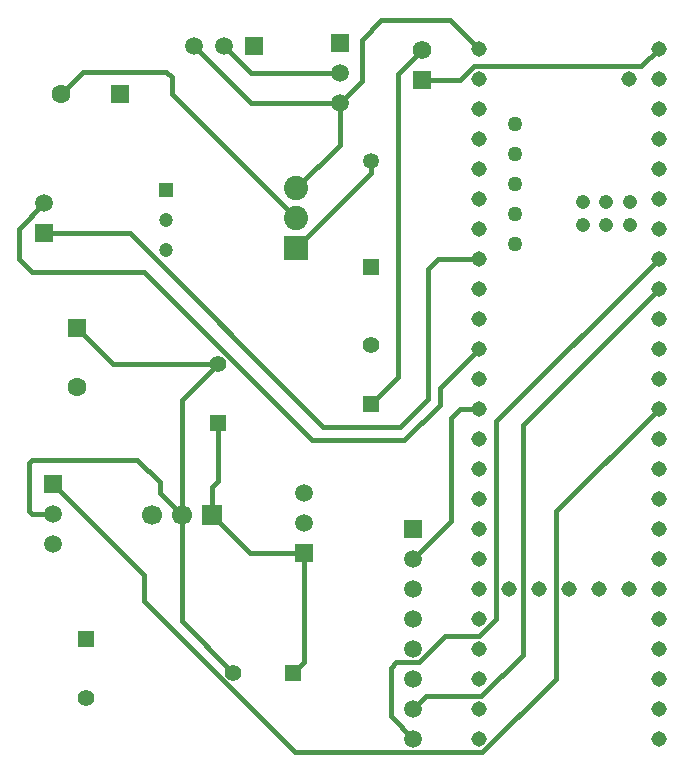
<source format=gtl>
G04*
G04 #@! TF.GenerationSoftware,Altium Limited,Altium Designer,22.8.2 (66)*
G04*
G04 Layer_Physical_Order=1*
G04 Layer_Color=255*
%FSLAX25Y25*%
%MOIN*%
G70*
G04*
G04 #@! TF.SameCoordinates,013CEF1E-E844-4C8F-9221-5B29E727AB2A*
G04*
G04*
G04 #@! TF.FilePolarity,Positive*
G04*
G01*
G75*
%ADD13C,0.01000*%
%ADD18R,0.06181X0.06181*%
%ADD19C,0.06181*%
%ADD32C,0.08071*%
%ADD33R,0.08071X0.08071*%
%ADD36C,0.01500*%
%ADD37C,0.05512*%
%ADD38R,0.05512X0.05512*%
%ADD39C,0.04724*%
%ADD40R,0.04724X0.04724*%
%ADD41C,0.05150*%
%ADD42C,0.04953*%
%ADD43C,0.04756*%
%ADD44R,0.06299X0.06299*%
%ADD45C,0.06299*%
%ADD46R,0.05512X0.05512*%
%ADD47R,0.05906X0.05906*%
%ADD48C,0.05906*%
%ADD49R,0.05906X0.05906*%
%ADD50C,0.06693*%
%ADD51R,0.06693X0.06693*%
%ADD52R,0.06299X0.06299*%
%ADD53R,0.05315X0.05315*%
%ADD54C,0.05315*%
D13*
X71500Y239500D02*
X72000Y240000D01*
X61500Y239500D02*
X62000Y240000D01*
D18*
X138000Y228500D02*
D03*
D19*
Y238500D02*
D03*
D32*
X96000Y192500D02*
D03*
Y182500D02*
D03*
D33*
Y172500D02*
D03*
D36*
X68000Y83500D02*
Y93000D01*
X70000Y95000D01*
Y114157D01*
X121000Y197500D02*
Y201716D01*
X96000Y172500D02*
X121000Y197500D01*
X54500Y224000D02*
Y229500D01*
X52658Y231343D02*
X54500Y229500D01*
X25000Y231343D02*
X52658D01*
X17658Y224000D02*
X25000Y231343D01*
X98500Y34657D02*
Y71000D01*
X94842Y31000D02*
X98500Y34657D01*
X50500Y91000D02*
Y94500D01*
Y91000D02*
X58000Y83500D01*
X43000Y102000D02*
X50500Y94500D01*
X8000Y102000D02*
X43000D01*
X7000Y101000D02*
X8000Y102000D01*
X7000Y85000D02*
Y101000D01*
Y85000D02*
X8000Y84000D01*
X15000D01*
X58000Y48158D02*
X75157Y31000D01*
X58000Y48158D02*
Y83500D01*
X68000D02*
X80500Y71000D01*
X98500D01*
X158161Y4497D02*
X182769Y29105D01*
Y84938D01*
X95571Y4497D02*
X158161D01*
X45288Y54780D02*
Y63712D01*
X182769Y84938D02*
X216894Y119063D01*
X15000Y94000D02*
X45288Y63712D01*
Y54780D02*
X95571Y4497D01*
X54500Y224000D02*
X96000Y182500D01*
X58000Y121843D02*
X70000Y133843D01*
X58000Y83500D02*
Y121843D01*
X23000Y146000D02*
X35157Y133843D01*
X70000D01*
X101432Y108500D02*
X132000D01*
X143885Y120385D02*
Y126054D01*
X132000Y108500D02*
X143885Y120385D01*
X45432Y164500D02*
X101432Y108500D01*
X8000Y164500D02*
X45432D01*
X143885Y126054D02*
X156894Y139063D01*
X105101Y113000D02*
X130621D01*
X40601Y177500D02*
X105101Y113000D01*
X130621D02*
X140000Y122379D01*
X12000Y177500D02*
X40601D01*
X3500Y169000D02*
X8000Y164500D01*
X3500Y169000D02*
Y179000D01*
X12000Y187500D01*
X143442Y169063D02*
X156894D01*
X140000Y122379D02*
Y165621D01*
X143442Y169063D01*
X121000Y120658D02*
X130055Y129713D01*
Y230555D01*
X138000Y238500D01*
X96000Y192500D02*
X110500Y207000D01*
Y221000D01*
X81000D02*
X110500D01*
X62000Y240000D02*
X81000Y221000D01*
X72000Y240000D02*
X81000Y231000D01*
X110500D01*
X138000Y228500D02*
X150497D01*
X155185Y233188D02*
X211018D01*
X150497Y228500D02*
X155185Y233188D01*
X211018D02*
X216894Y239063D01*
X117861Y241982D02*
X124379Y248500D01*
X147457D01*
X110500Y221000D02*
X117861Y228361D01*
Y241982D01*
X147457Y248500D02*
X156894Y239063D01*
X127500Y32621D02*
X129376Y34497D01*
X136865D01*
X145556Y43188D02*
X156852D01*
X136865Y34497D02*
X145556Y43188D01*
X156852D02*
X162769Y49105D01*
Y114938D02*
X216894Y169063D01*
X127500Y16500D02*
Y32621D01*
X162769Y49105D02*
Y114938D01*
X127500Y16500D02*
X135000Y9000D01*
X171500Y37000D02*
Y113669D01*
X157688Y23188D02*
X171500Y37000D01*
Y113669D02*
X216894Y159063D01*
X139188Y23188D02*
X157688D01*
X135000Y19000D02*
X139188Y23188D01*
X147500Y116000D02*
X150563Y119063D01*
X156894D01*
X147500Y81500D02*
Y116000D01*
X135000Y69000D02*
X147500Y81500D01*
D37*
X26000Y22500D02*
D03*
X121000Y140342D02*
D03*
X70000Y133843D02*
D03*
X75157Y31000D02*
D03*
D38*
X26000Y42185D02*
D03*
X121000Y120658D02*
D03*
X70000Y114157D02*
D03*
D39*
X52500Y172000D02*
D03*
Y182000D02*
D03*
D40*
Y192000D02*
D03*
D41*
X216894Y89063D02*
D03*
Y79063D02*
D03*
Y69063D02*
D03*
Y59063D02*
D03*
Y49063D02*
D03*
Y39063D02*
D03*
Y29063D02*
D03*
Y19063D02*
D03*
Y9063D02*
D03*
X156894D02*
D03*
Y19063D02*
D03*
Y29063D02*
D03*
Y39063D02*
D03*
Y49063D02*
D03*
Y59063D02*
D03*
Y69063D02*
D03*
Y79063D02*
D03*
Y89063D02*
D03*
X216894Y239063D02*
D03*
Y229063D02*
D03*
Y219063D02*
D03*
Y209063D02*
D03*
Y199063D02*
D03*
Y189063D02*
D03*
Y179063D02*
D03*
Y169063D02*
D03*
Y159063D02*
D03*
Y149063D02*
D03*
Y139063D02*
D03*
Y129063D02*
D03*
Y119063D02*
D03*
Y109063D02*
D03*
X156894Y99063D02*
D03*
Y109063D02*
D03*
Y119063D02*
D03*
Y129063D02*
D03*
Y139063D02*
D03*
Y149063D02*
D03*
Y159063D02*
D03*
Y169063D02*
D03*
Y179063D02*
D03*
Y189063D02*
D03*
Y199063D02*
D03*
Y209063D02*
D03*
Y219063D02*
D03*
X216894Y99063D02*
D03*
X196894Y59063D02*
D03*
X206894Y229063D02*
D03*
Y59063D02*
D03*
X186894D02*
D03*
X176894D02*
D03*
X166894D02*
D03*
X156894Y229063D02*
D03*
Y239063D02*
D03*
D42*
X168902Y174063D02*
D03*
Y184063D02*
D03*
Y194063D02*
D03*
Y204063D02*
D03*
Y214063D02*
D03*
D43*
X191500Y188000D02*
D03*
X199374D02*
D03*
X191500Y180126D02*
D03*
X199374D02*
D03*
X207248Y188000D02*
D03*
Y180126D02*
D03*
D44*
X23000Y146000D02*
D03*
D45*
Y126315D02*
D03*
X17658Y224000D02*
D03*
D46*
X94842Y31000D02*
D03*
D47*
X82000Y240000D02*
D03*
D48*
X72000D02*
D03*
X62000D02*
D03*
X110500Y231000D02*
D03*
Y221000D02*
D03*
X15000Y84000D02*
D03*
Y74000D02*
D03*
X98500Y81000D02*
D03*
Y91000D02*
D03*
X135000Y69000D02*
D03*
Y59000D02*
D03*
Y49000D02*
D03*
Y39000D02*
D03*
Y29000D02*
D03*
Y19000D02*
D03*
Y9000D02*
D03*
X12000Y187500D02*
D03*
D49*
X110500Y241000D02*
D03*
X15000Y94000D02*
D03*
X98500Y71000D02*
D03*
X135000Y79000D02*
D03*
X12000Y177500D02*
D03*
D50*
X48000Y83500D02*
D03*
X58000D02*
D03*
D51*
X68000D02*
D03*
D52*
X37343Y224000D02*
D03*
D53*
X121000Y166284D02*
D03*
D54*
Y201716D02*
D03*
M02*

</source>
